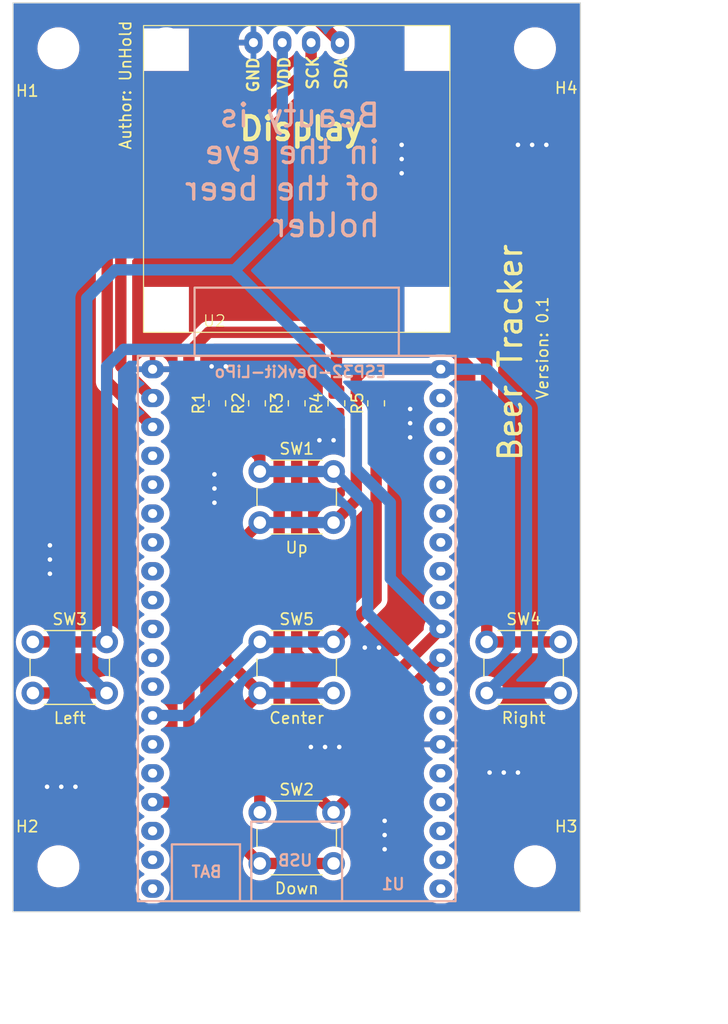
<source format=kicad_pcb>
(kicad_pcb (version 20221018) (generator pcbnew)
  (layers (0 "F.Cu" signal) (31 "B.Cu" signal) (34 "B.Paste" user) (35 "F.Paste" user) (36 "B.SilkS" user "B.Silkscreen") (37 "F.SilkS" user "F.Silkscreen") (38 "B.Mask" user) (39 "F.Mask" user) (44 "Edge.Cuts" user))
  (net 0 "")
  (net 1 "Net-(U1-GPIO14)")
  (net 2 "GND")
  (net 3 "Net-(U1-GPIO27)")
  (net 4 "Net-(U1-GPIO26)")
  (net 5 "Net-(U1-GPIO15)")
  (net 6 "Net-(U1-GPIO4)")
  (net 7 "+3V3")
  (net 21 "+5V")
  (net 36 "Net-(U1-GPIO22)")
  (net 37 "Net-(U1-GPIO23)")
  (footprint "Button_Switch_THT:SW_PUSH_6mm" (layer "F.Cu") (at 168.25 99)
    (fp_text reference "SW1" (at 3.25 -2) (layer "F.SilkS"))
    (fp_text value "Up" (at 3.25 6.7) (layer "F.SilkS"))
    (fp_line (start -0.25 1.5) (end -0.25 3) (stroke (width 0.12)) (layer "F.SilkS"))
    (fp_line (start 1 5.5) (end 5.5 5.5) (stroke (width 0.12)) (layer "F.SilkS"))
    (fp_line (start 5.5 -1) (end 1 -1) (stroke (width 0.12)) (layer "F.SilkS"))
    (fp_line (start 6.75 3) (end 6.75 1.5) (stroke (width 0.12)) (layer "F.SilkS"))
    (pad "1" thru_hole circle (at 0 0 90) (size 2 2) (drill 1.1) (layers "*.Cu" "*.Mask") (net 1 "Net-(U1-GPIO14)"))
    (pad "1" thru_hole circle (at 6.5 0 90) (size 2 2) (drill 1.1) (layers "*.Cu" "*.Mask") (net 1 "Net-(U1-GPIO14)"))
    (pad "2" thru_hole circle (at 0 4.5 90) (size 2 2) (drill 1.1) (layers "*.Cu" "*.Mask") (net 7 "+3V3"))
    (pad "2" thru_hole circle (at 6.5 4.5 90) (size 2 2) (drill 1.1) (layers "*.Cu" "*.Mask") (net 7 "+3V3"))
  )
  (footprint "Resistor_SMD:R_0805_2012Metric_Pad1.20x1.40mm_HandSolder" (layer "F.Cu") (at 168 93 90)
    (fp_text reference "R2" (at 0 -1.65 90) (layer "F.SilkS"))
    (fp_text value "4k7")
    (fp_line (start -0.227064 -0.735) (end 0.227064 -0.735) (stroke (width 0.12)) (layer "F.SilkS"))
    (fp_line (start -0.227064 0.735) (end 0.227064 0.735) (stroke (width 0.12)) (layer "F.SilkS"))
    (pad "1" smd roundrect (at -1 0 90) (size 1.2 1.4) (layers "F.Cu" "F.Paste" "F.Mask") (roundrect_rratio 0.2083333333) (net 3 "Net-(U1-GPIO27)"))
    (pad "2" smd roundrect (at 1 0 90) (size 1.2 1.4) (layers "F.Cu" "F.Paste" "F.Mask") (roundrect_rratio 0.2083333333) (net 2 "GND"))
  )
  (footprint "Button_Switch_THT:SW_PUSH_6mm" (layer "F.Cu") (at 148.25 114)
    (fp_text reference "SW3" (at 3.25 -2) (layer "F.SilkS"))
    (fp_text value "Left" (at 3.25 6.7) (layer "F.SilkS"))
    (fp_line (start -0.25 1.5) (end -0.25 3) (stroke (width 0.12)) (layer "F.SilkS"))
    (fp_line (start 1 5.5) (end 5.5 5.5) (stroke (width 0.12)) (layer "F.SilkS"))
    (fp_line (start 5.5 -1) (end 1 -1) (stroke (width 0.12)) (layer "F.SilkS"))
    (fp_line (start 6.75 3) (end 6.75 1.5) (stroke (width 0.12)) (layer "F.SilkS"))
    (pad "1" thru_hole circle (at 0 0 90) (size 2 2) (drill 1.1) (layers "*.Cu" "*.Mask") (net 4 "Net-(U1-GPIO26)"))
    (pad "1" thru_hole circle (at 6.5 0 90) (size 2 2) (drill 1.1) (layers "*.Cu" "*.Mask") (net 4 "Net-(U1-GPIO26)"))
    (pad "2" thru_hole circle (at 0 4.5 90) (size 2 2) (drill 1.1) (layers "*.Cu" "*.Mask") (net 7 "+3V3"))
    (pad "2" thru_hole circle (at 6.5 4.5 90) (size 2 2) (drill 1.1) (layers "*.Cu" "*.Mask") (net 7 "+3V3"))
  )
  (footprint "BeerTracker:OLED" (layer "F.Cu") (at 171.5 72.75)
    (fp_text reference "U2" (at -7.25 13 unlocked) (layer "F.SilkS") (effects (font (thickness 0.1))))
    (fp_text value "~")
    (fp_text user "SDA" (at 4.5 -7.25 90 unlocked) (layer "F.SilkS") (effects (font (thickness 0.2) bold) (justify left bottom)))
    (fp_text user "Display" (at -5.25 -2.75 unlocked) (layer "F.SilkS") (effects (font (size 2 2) (thickness 0.4) bold) (justify left bottom)))
    (fp_text user "VDD" (at -0.5 -7.25 90 unlocked) (layer "F.SilkS") (effects (font (thickness 0.2) bold) (justify left bottom)))
    (fp_text user "SCK" (at 2 -7.25 90 unlocked) (layer "F.SilkS") (effects (font (thickness 0.2) bold) (justify left bottom)))
    (fp_text user "GND" (at -3.25 -7 90 unlocked) (layer "F.SilkS") (effects (font (thickness 0.2) bold) (justify left bottom)))
    (fp_rect (start -13.5 -13) (end 13.5 14) (stroke (width 0.1)) (fill none) (layer "F.SilkS"))
    (pad "" np_thru_hole circle (at -11.5 -11) (size 3.2 3.2) (drill 3.2) (layers "*.Cu" "*.Mask"))
    (pad "" np_thru_hole circle (at -11.5 12) (size 3.2 3.2) (drill 3.2) (layers "*.Cu" "*.Mask"))
    (pad "" np_thru_hole circle (at 11.5 -11) (size 3.2 3.2) (drill 3.2) (layers "*.Cu" "*.Mask"))
    (pad "" np_thru_hole circle (at 11.5 12) (size 3.2 3.2) (drill 3.2) (layers "*.Cu" "*.Mask"))
    (pad "1" thru_hole oval (at -3.81 -11.5) (size 1.6 2) (drill 0.8) (layers "*.Cu" "*.Mask") (net 2 "GND"))
    (pad "2" thru_hole oval (at -1.27 -11.5) (size 1.6 2) (drill 0.8) (layers "*.Cu" "*.Mask") (net 7 "+3V3"))
    (pad "3" thru_hole oval (at 1.27 -11.5) (size 1.6 2) (drill 0.8) (layers "*.Cu" "*.Mask") (net 37 "Net-(U1-GPIO23)"))
    (pad "4" thru_hole oval (at 3.81 -11.5) (size 1.6 2) (drill 0.8) (layers "*.Cu" "*.Mask") (net 36 "Net-(U1-GPIO22)"))
    (zone (net 0) (net_name "") (layers "F&B.Cu") (name "Hole1") (connect_pads (clearance 0)) (min_thickness 0.25)
      (keepout (tracks not_allowed) (vias not_allowed) (pads allowed) (copperpour not_allowed) (footprints allowed))
      (fill (thermal_gap 0.5) (thermal_bridge_width 0.5))
      (polygon (pts (xy 158 60) (xy 158 63.75) (xy 162 63.75) (xy 162 60)))
    )
    (zone (net 0) (net_name "") (layers "F&B.Cu") (name "Hole1") (connect_pads (clearance 0)) (min_thickness 0.25)
      (keepout (tracks not_allowed) (vias not_allowed) (pads allowed) (copperpour not_allowed) (footprints allowed))
      (fill (thermal_gap 0.5) (thermal_bridge_width 0.5))
      (polygon (pts (xy 158 82.75) (xy 158 86.75) (xy 162 86.75) (xy 162 82.75)))
    )
    (zone (net 0) (net_name "") (layers "F&B.Cu") (name "Hole1") (connect_pads (clearance 0)) (min_thickness 0.25)
      (keepout (tracks not_allowed) (vias not_allowed) (pads allowed) (copperpour not_allowed) (footprints allowed))
      (fill (thermal_gap 0.5) (thermal_bridge_width 0.5))
      (polygon (pts (xy 181 59.75) (xy 181 63.75) (xy 185 63.75) (xy 185 59.75)))
    )
    (zone (net 0) (net_name "") (layers "F&B.Cu") (name "Hole1") (connect_pads (clearance 0)) (min_thickness 0.25)
      (keepout (tracks not_allowed) (vias not_allowed) (pads allowed) (copperpour not_allowed) (footprints allowed))
      (fill (thermal_gap 0.5) (thermal_bridge_width 0.5))
      (polygon (pts (xy 181 82.75) (xy 181 86.75) (xy 185 86.75) (xy 185 82.75)))
    )
  )
  (footprint "Button_Switch_THT:SW_PUSH_6mm" (layer "F.Cu") (at 188.25 114)
    (fp_text reference "SW4" (at 3.25 -2) (layer "F.SilkS"))
    (fp_text value "Right" (at 3.25 6.7) (layer "F.SilkS"))
    (fp_line (start -0.25 1.5) (end -0.25 3) (stroke (width 0.12)) (layer "F.SilkS"))
    (fp_line (start 1 5.5) (end 5.5 5.5) (stroke (width 0.12)) (layer "F.SilkS"))
    (fp_line (start 5.5 -1) (end 1 -1) (stroke (width 0.12)) (layer "F.SilkS"))
    (fp_line (start 6.75 3) (end 6.75 1.5) (stroke (width 0.12)) (layer "F.SilkS"))
    (pad "1" thru_hole circle (at 0 0 90) (size 2 2) (drill 1.1) (layers "*.Cu" "*.Mask") (net 5 "Net-(U1-GPIO15)"))
    (pad "1" thru_hole circle (at 6.5 0 90) (size 2 2) (drill 1.1) (layers "*.Cu" "*.Mask") (net 5 "Net-(U1-GPIO15)"))
    (pad "2" thru_hole circle (at 0 4.5 90) (size 2 2) (drill 1.1) (layers "*.Cu" "*.Mask") (net 7 "+3V3"))
    (pad "2" thru_hole circle (at 6.5 4.5 90) (size 2 2) (drill 1.1) (layers "*.Cu" "*.Mask") (net 7 "+3V3"))
  )
  (footprint "Resistor_SMD:R_0805_2012Metric_Pad1.20x1.40mm_HandSolder" (layer "F.Cu") (at 171.5 93 90)
    (fp_text reference "R3" (at 0 -1.75 90) (layer "F.SilkS"))
    (fp_text value "4k7")
    (fp_line (start -0.227064 -0.735) (end 0.227064 -0.735) (stroke (width 0.12)) (layer "F.SilkS"))
    (fp_line (start -0.227064 0.735) (end 0.227064 0.735) (stroke (width 0.12)) (layer "F.SilkS"))
    (pad "1" smd roundrect (at -1 0 90) (size 1.2 1.4) (layers "F.Cu" "F.Paste" "F.Mask") (roundrect_rratio 0.2083333333) (net 4 "Net-(U1-GPIO26)"))
    (pad "2" smd roundrect (at 1 0 90) (size 1.2 1.4) (layers "F.Cu" "F.Paste" "F.Mask") (roundrect_rratio 0.2083333333) (net 2 "GND"))
  )
  (footprint "Button_Switch_THT:SW_PUSH_6mm" (layer "F.Cu") (at 168.25 129)
    (fp_text reference "SW2" (at 3.25 -2) (layer "F.SilkS"))
    (fp_text value "Down" (at 3.25 6.7) (layer "F.SilkS"))
    (fp_line (start -0.25 1.5) (end -0.25 3) (stroke (width 0.12)) (layer "F.SilkS"))
    (fp_line (start 1 5.5) (end 5.5 5.5) (stroke (width 0.12)) (layer "F.SilkS"))
    (fp_line (start 5.5 -1) (end 1 -1) (stroke (width 0.12)) (layer "F.SilkS"))
    (fp_line (start 6.75 3) (end 6.75 1.5) (stroke (width 0.12)) (layer "F.SilkS"))
    (pad "1" thru_hole circle (at 0 0 90) (size 2 2) (drill 1.1) (layers "*.Cu" "*.Mask") (net 3 "Net-(U1-GPIO27)"))
    (pad "1" thru_hole circle (at 6.5 0 90) (size 2 2) (drill 1.1) (layers "*.Cu" "*.Mask") (net 3 "Net-(U1-GPIO27)"))
    (pad "2" thru_hole circle (at 0 4.5 90) (size 2 2) (drill 1.1) (layers "*.Cu" "*.Mask") (net 7 "+3V3"))
    (pad "2" thru_hole circle (at 6.5 4.5 90) (size 2 2) (drill 1.1) (layers "*.Cu" "*.Mask") (net 7 "+3V3"))
  )
  (footprint "MountingHole:MountingHole_3.2mm_M3" (layer "F.Cu") (at 150.5 61.75)
    (fp_text reference "H1" (at -2.75 3.75) (layer "F.SilkS"))
    (fp_text value "MountingHole")
    (pad "" np_thru_hole circle (at 0 0) (size 3.2 3.2) (drill 3.2) (layers "*.Cu" "*.Mask"))
  )
  (footprint "Resistor_SMD:R_0805_2012Metric_Pad1.20x1.40mm_HandSolder" (layer "F.Cu") (at 178.5 93 90)
    (fp_text reference "R5" (at 0 -1.65 90) (layer "F.SilkS"))
    (fp_text value "4k7")
    (fp_line (start -0.227064 -0.735) (end 0.227064 -0.735) (stroke (width 0.12)) (layer "F.SilkS"))
    (fp_line (start -0.227064 0.735) (end 0.227064 0.735) (stroke (width 0.12)) (layer "F.SilkS"))
    (pad "1" smd roundrect (at -1 0 90) (size 1.2 1.4) (layers "F.Cu" "F.Paste" "F.Mask") (roundrect_rratio 0.2083333333) (net 6 "Net-(U1-GPIO4)"))
    (pad "2" smd roundrect (at 1 0 90) (size 1.2 1.4) (layers "F.Cu" "F.Paste" "F.Mask") (roundrect_rratio 0.2083333333) (net 2 "GND"))
  )
  (footprint "MountingHole:MountingHole_3.2mm_M3" (layer "F.Cu") (at 192.5 133.75)
    (fp_text reference "H3" (at 2.75 -3.5) (layer "F.SilkS"))
    (fp_text value "MountingHole")
    (pad "" np_thru_hole circle (at 0 0) (size 3.2 3.2) (drill 3.2) (layers "*.Cu" "*.Mask"))
  )
  (footprint "Resistor_SMD:R_0805_2012Metric_Pad1.20x1.40mm_HandSolder" (layer "F.Cu") (at 175 93 -90)
    (fp_text reference "R4" (at 0 1.75 90) (layer "F.SilkS"))
    (fp_text value "4k7")
    (fp_line (start -0.227064 -0.735) (end 0.227064 -0.735) (stroke (width 0.12)) (layer "F.SilkS"))
    (fp_line (start -0.227064 0.735) (end 0.227064 0.735) (stroke (width 0.12)) (layer "F.SilkS"))
    (pad "1" smd roundrect (at -1 0 270) (size 1.2 1.4) (layers "F.Cu" "F.Paste" "F.Mask") (roundrect_rratio 0.2083333333) (net 5 "Net-(U1-GPIO15)"))
    (pad "2" smd roundrect (at 1 0 270) (size 1.2 1.4) (layers "F.Cu" "F.Paste" "F.Mask") (roundrect_rratio 0.2083333333) (net 2 "GND"))
  )
  (footprint "Resistor_SMD:R_0805_2012Metric_Pad1.20x1.40mm_HandSolder" (layer "F.Cu") (at 164.5 93 90)
    (fp_text reference "R1" (at 0 -1.65 90) (layer "F.SilkS"))
    (fp_text value "4k7")
    (fp_line (start -0.227064 -0.735) (end 0.227064 -0.735) (stroke (width 0.12)) (layer "F.SilkS"))
    (fp_line (start -0.227064 0.735) (end 0.227064 0.735) (stroke (width 0.12)) (layer "F.SilkS"))
    (pad "1" smd roundrect (at -1 0 90) (size 1.2 1.4) (layers "F.Cu" "F.Paste" "F.Mask") (roundrect_rratio 0.2083333333) (net 1 "Net-(U1-GPIO14)"))
    (pad "2" smd roundrect (at 1 0 90) (size 1.2 1.4) (layers "F.Cu" "F.Paste" "F.Mask") (roundrect_rratio 0.2083333333) (net 2 "GND"))
  )
  (footprint "MountingHole:MountingHole_3.2mm_M3" (layer "F.Cu") (at 150.5 133.75)
    (fp_text reference "H2" (at -2.75 -3.5) (layer "F.SilkS"))
    (fp_text value "MountingHole")
    (pad "" np_thru_hole circle (at 0 0) (size 3.2 3.2) (drill 3.2) (layers "*.Cu" "*.Mask"))
  )
  (footprint "MountingHole:MountingHole_3.2mm_M3" (layer "F.Cu") (at 192.5 61.75)
    (fp_text reference "H4" (at 2.75 3.5) (layer "F.SilkS"))
    (fp_text value "MountingHole")
    (pad "" np_thru_hole circle (at 0 0) (size 3.2 3.2) (drill 3.2) (layers "*.Cu" "*.Mask"))
  )
  (footprint "Button_Switch_THT:SW_PUSH_6mm" (layer "F.Cu") (at 168.25 114)
    (fp_text reference "SW5" (at 3.25 -2) (layer "F.SilkS"))
    (fp_text value "Center" (at 3.25 6.7) (layer "F.SilkS"))
    (fp_line (start -0.25 1.5) (end -0.25 3) (stroke (width 0.12)) (layer "F.SilkS"))
    (fp_line (start 1 5.5) (end 5.5 5.5) (stroke (width 0.12)) (layer "F.SilkS"))
    (fp_line (start 5.5 -1) (end 1 -1) (stroke (width 0.12)) (layer "F.SilkS"))
    (fp_line (start 6.75 3) (end 6.75 1.5) (stroke (width 0.12)) (layer "F.SilkS"))
    (pad "1" thru_hole circle (at 0 0 90) (size 2 2) (drill 1.1) (layers "*.Cu" "*.Mask") (net 6 "Net-(U1-GPIO4)"))
    (pad "1" thru_hole circle (at 6.5 0 90) (size 2 2) (drill 1.1) (layers "*.Cu" "*.Mask") (net 6 "Net-(U1-GPIO4)"))
    (pad "2" thru_hole circle (at 0 4.5 90) (size 2 2) (drill 1.1) (layers "*.Cu" "*.Mask") (net 7 "+3V3"))
    (pad "2" thru_hole circle (at 6.5 4.5 90) (size 2 2) (drill 1.1) (layers "*.Cu" "*.Mask") (net 7 "+3V3"))
  )
  (footprint "BeerTracker:ESP32-DevKit-LiPo" (layer "B.Cu") (at 171.5 110.32 180)
    (fp_text reference "U1" (at -8.5 -25 unlocked) (layer "B.SilkS") (effects (font (thickness 0.2) bold) (justify mirror)))
    (fp_text value "~")
    (fp_text user "BAT" (at 6.5 -24.5 unlocked) (layer "B.SilkS") (effects (font (thickness 0.2) bold) (justify left bottom mirror)))
    (fp_text user "ESP32-DevKit-LiPo" (at -8 19.5 unlocked) (layer "B.SilkS") (effects (font (thickness 0.2) bold) (justify left bottom mirror)))
    (fp_text user "USB" (at -1.5 -23.5 unlocked) (layer "B.SilkS") (effects (font (thickness 0.2) bold) (justify left bottom mirror)))
    (fp_rect (start -14 21.5) (end 14 -26.5) (stroke (width 0.2)) (fill none) (layer "B.SilkS"))
    (fp_rect (start -9 27.5) (end 9 21.5) (stroke (width 0.2)) (fill none) (layer "B.SilkS"))
    (fp_rect (start -4 -19.5) (end 4 -26.5) (stroke (width 0.2)) (fill none) (layer "B.SilkS"))
    (fp_rect (start 5 -21.5) (end 11 -26.5) (stroke (width 0.2)) (fill none) (layer "B.SilkS"))
    (pad "1" thru_hole oval (at -12.7 20.32 180) (size 2 1.6) (drill 0.8) (layers "*.Cu" "*.Mask") (net 7 "+3V3"))
    (pad "2" thru_hole oval (at -12.7 17.78 180) (size 2 1.6) (drill 0.8) (layers "*.Cu" "*.Mask"))
    (pad "3" thru_hole oval (at -12.7 15.24 180) (size 2 1.6) (drill 0.8) (layers "*.Cu" "*.Mask"))
    (pad "4" thru_hole oval (at -12.7 12.7 180) (size 2 1.6) (drill 0.8) (layers "*.Cu" "*.Mask"))
    (pad "5" thru_hole oval (at -12.7 10.16 180) (size 2 1.6) (drill 0.8) (layers "*.Cu" "*.Mask"))
    (pad "6" thru_hole oval (at -12.7 7.62 180) (size 2 1.6) (drill 0.8) (layers "*.Cu" "*.Mask"))
    (pad "7" thru_hole oval (at -12.7 5.08 180) (size 2 1.6) (drill 0.8) (layers "*.Cu" "*.Mask"))
    (pad "8" thru_hole oval (at -12.7 2.54 180) (size 2 1.6) (drill 0.8) (layers "*.Cu" "*.Mask"))
    (pad "9" thru_hole oval (at -12.7 0 180) (size 2 1.6) (drill 0.8) (layers "*.Cu" "*.Mask"))
    (pad "10" thru_hole oval (at -12.7 -2.54 180) (size 2 1.6) (drill 0.8) (layers "*.Cu" "*.Mask") (net 4 "Net-(U1-GPIO26)"))
    (pad "11" thru_hole oval (at -12.7 -5.08 180) (size 2 1.6) (drill 0.8) (layers "*.Cu" "*.Mask") (net 3 "Net-(U1-GPIO27)"))
    (pad "12" thru_hole oval (at -12.7 -7.62 180) (size 2 1.6) (drill 0.8) (layers "*.Cu" "*.Mask") (net 1 "Net-(U1-GPIO14)"))
    (pad "13" thru_hole oval (at -12.7 -10.16 180) (size 2 1.6) (drill 0.8) (layers "*.Cu" "*.Mask"))
    (pad "14" thru_hole oval (at -12.7 -12.7 180) (size 2 1.6) (drill 0.8) (layers "*.Cu" "*.Mask") (net 2 "GND"))
    (pad "15" thru_hole oval (at -12.7 -15.24 180) (size 2 1.6) (drill 0.8) (layers "*.Cu" "*.Mask"))
    (pad "16" thru_hole oval (at -12.7 -17.78 180) (size 2 1.6) (drill 0.8) (layers "*.Cu" "*.Mask"))
    (pad "17" thru_hole oval (at -12.7 -20.32 180) (size 2 1.6) (drill 0.8) (layers "*.Cu" "*.Mask"))
    (pad "18" thru_hole oval (at -12.7 -22.86 180) (size 2 1.6) (drill 0.8) (layers "*.Cu" "*.Mask"))
    (pad "19" thru_hole oval (at -12.7 -25.4 180) (size 2 1.6) (drill 0.8) (layers "*.Cu" "*.Mask") (net 21 "+5V"))
    (pad "20" thru_hole oval (at 12.7 -25.4 180) (size 2 1.6) (drill 0.8) (layers "*.Cu" "*.Mask"))
    (pad "21" thru_hole oval (at 12.7 -22.86 180) (size 2 1.6) (drill 0.8) (layers "*.Cu" "*.Mask"))
    (pad "22" thru_hole oval (at 12.7 -20.32 180) (size 2 1.6) (drill 0.8) (layers "*.Cu" "*.Mask"))
    (pad "23" thru_hole oval (at 12.7 -17.78 180) (size 2 1.6) (drill 0.8) (layers "*.Cu" "*.Mask") (net 5 "Net-(U1-GPIO15)"))
    (pad "24" thru_hole oval (at 12.7 -15.24 180) (size 2 1.6) (drill 0.8) (layers "*.Cu" "*.Mask"))
    (pad "25" thru_hole oval (at 12.7 -12.7 180) (size 2 1.6) (drill 0.8) (layers "*.Cu" "*.Mask"))
    (pad "26" thru_hole oval (at 12.7 -10.16 180) (size 2 1.6) (drill 0.8) (layers "*.Cu" "*.Mask") (net 6 "Net-(U1-GPIO4)"))
    (pad "27" thru_hole oval (at 12.7 -7.62 180) (size 2 1.6) (drill 0.8) (layers "*.Cu" "*.Mask"))
    (pad "28" thru_hole oval (at 12.7 -5.08 180) (size 2 1.6) (drill 0.8) (layers "*.Cu" "*.Mask"))
    (pad "29" thru_hole oval (at 12.7 -2.54 180) (size 2 1.6) (drill 0.8) (layers "*.Cu" "*.Mask"))
    (pad "30" thru_hole oval (at 12.7 0 180) (size 2 1.6) (drill 0.8) (layers "*.Cu" "*.Mask"))
    (pad "31" thru_hole oval (at 12.7 2.54 180) (size 2 1.6) (drill 0.8) (layers "*.Cu" "*.Mask"))
    (pad "32" thru_hole oval (at 12.7 5.08 180) (size 2 1.6) (drill 0.8) (layers "*.Cu" "*.Mask"))
    (pad "33" thru_hole oval (at 12.7 7.62 180) (size 2 1.6) (drill 0.8) (layers "*.Cu" "*.Mask"))
    (pad "34" thru_hole oval (at 12.7 10.16 180) (size 2 1.6) (drill 0.8) (layers "*.Cu" "*.Mask"))
    (pad "35" thru_hole oval (at 12.7 12.7 180) (size 2 1.6) (drill 0.8) (layers "*.Cu" "*.Mask"))
    (pad "36" thru_hole oval (at 12.7 15.24 180) (size 2 1.6) (drill 0.8) (layers "*.Cu" "*.Mask") (net 36 "Net-(U1-GPIO22)"))
    (pad "37" thru_hole oval (at 12.7 17.78 180) (size 2 1.6) (drill 0.8) (layers "*.Cu" "*.Mask") (net 37 "Net-(U1-GPIO23)"))
    (pad "38" thru_hole oval (at 12.7 20.32 180) (size 2 1.6) (drill 0.8) (layers "*.Cu" "*.Mask") (net 2 "GND"))
  )
  (gr_rect (start 146.5 57.75) (end 196.5 137.75) (stroke (width 0.1)) (fill none) (layer "Edge.Cuts"))
  (gr_text "Beauty is\nin the eye\nof the beer\nholder" (at 179 78.5) (layer "B.SilkS") (effects (font (size 2 2) (thickness 0.3)) (justify left bottom mirror)))
  (gr_text "Author: UnHold" (at 157 70.75 90) (layer "F.SilkS") (effects (font (size 1 1)) (justify left bottom)))
  (gr_text "Beer Tracker" (at 191.5 98.25 90) (layer "F.SilkS") (effects (font (size 2 2) (thickness 0.3)) (justify left bottom)))
  (gr_text "Version: 0.1" (at 193.75 92.75 90) (layer "F.SilkS") (effects (font (size 1 1)) (justify left bottom)))
  (segment (start 168.25 97.75) (end 164.5 94) (width 1) (layer "F.Cu") (net 1))
  (segment (start 168.25 99) (end 168.25 97.75) (width 1) (layer "F.Cu") (net 1))
  (segment (start 184.19 117.94) (end 184.2 117.94) (width 1) (layer "B.Cu") (net 1))
  (segment (start 177.75 102) (end 177.75 111.5) (width 1) (layer "B.Cu") (net 1))
  (segment (start 174.75 99) (end 177.75 102) (width 1) (layer "B.Cu") (net 1))
  (segment (start 168.25 99) (end 174.75 99) (width 1) (layer "B.Cu") (net 1))
  (segment (start 177.75 111.5) (end 184.19 117.94) (width 1) (layer "B.Cu") (net 1))
  (via (at 189.75 125.5) (size 0.8) (drill 0.4) (layers "F.Cu" "B.Cu") (net 2))
  (via (at 149.75 105.5) (size 0.8) (drill 0.4) (layers "F.Cu" "B.Cu") (net 2))
  (via (at 191 70.25) (size 0.8) (drill 0.4) (layers "F.Cu" "B.Cu") (net 2))
  (via (at 178.75 114.5) (size 0.8) (drill 0.4) (layers "F.Cu" "B.Cu") (net 2))
  (via (at 179.25 129.75) (size 0.8) (drill 0.4) (layers "F.Cu" "B.Cu") (net 2))
  (via (at 181.5 96) (size 0.8) (drill 0.4) (layers "F.Cu" "B.Cu") (net 2))
  (via (at 149.75 108) (size 0.8) (drill 0.4) (layers "F.Cu" "B.Cu") (net 2))
  (via (at 164.25 100.5) (size 0.8) (drill 0.4) (layers "F.Cu" "B.Cu") (net 2))
  (via (at 164.25 99.25) (size 0.8) (drill 0.4) (layers "F.Cu" "B.Cu") (net 2))
  (via (at 181.5 94.75) (size 0.8) (drill 0.4) (layers "F.Cu" "B.Cu") (net 2))
  (via (at 164 89.75) (size 0.8) (drill 0.4) (layers "F.Cu" "B.Cu") (net 2))
  (via (at 179.25 131) (size 0.8) (drill 0.4) (layers "F.Cu" "B.Cu") (net 2))
  (via (at 180.75 72.75) (size 0.8) (drill 0.4) (layers "F.Cu" "B.Cu") (net 2))
  (via (at 180.75 71.5) (size 0.8) (drill 0.4) (layers "F.Cu" "B.Cu") (net 2))
  (via (at 149.5 126.75) (size 0.8) (drill 0.4) (layers "F.Cu" "B.Cu") (net 2))
  (via (at 149.75 106.75) (size 0.8) (drill 0.4) (layers "F.Cu" "B.Cu") (net 2))
  (via (at 165.25 89.75) (size 0.8) (drill 0.4) (layers "F.Cu" "B.Cu") (net 2))
  (via (at 164.25 101.75) (size 0.8) (drill 0.4) (layers "F.Cu" "B.Cu") (net 2))
  (via (at 172.75 123.25) (size 0.8) (drill 0.4) (layers "F.Cu" "B.Cu") (net 2))
  (via (at 179.25 132.25) (size 0.8) (drill 0.4) (layers "F.Cu" "B.Cu") (net 2))
  (via (at 174.75 96.25) (size 0.8) (drill 0.4) (layers "F.Cu" "B.Cu") (net 2))
  (via (at 173.5 96.25) (size 0.8) (drill 0.4) (layers "F.Cu" "B.Cu") (net 2))
  (via (at 177.5 114.5) (size 0.8) (drill 0.4) (layers "F.Cu" "B.Cu") (net 2))
  (via (at 191 125.5) (size 0.8) (drill 0.4) (layers "F.Cu" "B.Cu") (net 2))
  (via (at 175.25 123.25) (size 0.8) (drill 0.4) (layers "F.Cu" "B.Cu") (net 2))
  (via (at 174 123.25) (size 0.8) (drill 0.4) (layers "F.Cu" "B.Cu") (net 2))
  (via (at 193.5 70.25) (size 0.8) (drill 0.4) (layers "F.Cu" "B.Cu") (net 2))
  (via (at 188.5 125.5) (size 0.8) (drill 0.4) (layers "F.Cu" "B.Cu") (net 2))
  (via (at 180.75 70.25) (size 0.8) (drill 0.4) (layers "F.Cu" "B.Cu") (net 2))
  (via (at 152 126.75) (size 0.8) (drill 0.4) (layers "F.Cu" "B.Cu") (net 2))
  (via (at 192.25 70.25) (size 0.8) (drill 0.4) (layers "F.Cu" "B.Cu") (net 2))
  (via (at 150.75 126.75) (size 0.8) (drill 0.4) (layers "F.Cu" "B.Cu") (net 2))
  (via (at 181.5 93.5) (size 0.8) (drill 0.4) (layers "F.Cu" "B.Cu") (net 2))
  (segment (start 178.5 125.25) (end 174.75 129) (width 1) (layer "F.Cu") (net 3))
  (segment (start 178.5 121.1) (end 184.2 115.4) (width 1) (layer "F.Cu") (net 3))
  (segment (start 169.95 124.2) (end 174.75 129) (width 1) (layer "F.Cu") (net 3))
  (segment (start 168.25 125.9) (end 168.25 129) (width 1) (layer "F.Cu") (net 3))
  (segment (start 168 94) (end 169.95 95.95) (width 1) (layer "F.Cu") (net 3))
  (segment (start 169.95 124.2) (end 168.25 125.9) (width 1) (layer "F.Cu") (net 3))
  (segment (start 178.5 125.25) (end 178.5 121.1) (width 1) (layer "F.Cu") (net 3))
  (segment (start 169.95 95.95) (end 169.95 124.2) (width 1) (layer "F.Cu") (net 3))
  (segment (start 148.25 114) (end 154.75 114) (width 1) (layer "F.Cu") (net 4))
  (segment (start 180.81 116.25) (end 184.2 112.86) (width 1) (layer "F.Cu") (net 4))
  (segment (start 171.5 115) (end 172.75 116.25) (width 1) (layer "F.Cu") (net 4))
  (segment (start 171.5 94) (end 171.5 115) (width 1) (layer "F.Cu") (net 4))
  (segment (start 172.75 116.25) (end 180.81 116.25) (width 1) (layer "F.Cu") (net 4))
  (segment (start 154.75 89.75) (end 156.25 88.25) (width 1) (layer "B.Cu") (net 4))
  (segment (start 176.75 98.75) (end 179.75 101.75) (width 1) (layer "B.Cu") (net 4))
  (segment (start 179.75 101.75) (end 179.75 108.41) (width 1) (layer "B.Cu") (net 4))
  (segment (start 156.25 88.25) (end 171.25 88.25) (width 1) (layer "B.Cu") (net 4))
  (segment (start 179.75 108.41) (end 184.2 112.86) (width 1) (layer "B.Cu") (net 4))
  (segment (start 154.75 114) (end 154.75 89.75) (width 1) (layer "B.Cu") (net 4))
  (segment (start 171.25 88.25) (end 176.75 93.75) (width 1) (layer "B.Cu") (net 4))
  (segment (start 176.75 93.75) (end 176.75 98.75) (width 1) (layer "B.Cu") (net 4))
  (segment (start 186.75 87.75) (end 175.25 87.75) (width 1) (layer "F.Cu") (net 5))
  (segment (start 175 87.5) (end 174.25 86.75) (width 1) (layer "F.Cu") (net 5))
  (segment (start 163.75 86.75) (end 162 88.5) (width 1) (layer "F.Cu") (net 5))
  (segment (start 188.25 114) (end 194.75 114) (width 1) (layer "F.Cu") (net 5))
  (segment (start 162 127.25) (end 161.15 128.1) (width 1) (layer "F.Cu") (net 5))
  (segment (start 161.15 128.1) (end 158.8 128.1) (width 1) (layer "F.Cu") (net 5))
  (segment (start 174.25 86.75) (end 163.75 86.75) (width 1) (layer "F.Cu") (net 5))
  (segment (start 175 92) (end 175 87.5) (width 1) (layer "F.Cu") (net 5))
  (segment (start 188.25 89.25) (end 186.75 87.75) (width 1) (layer "F.Cu") (net 5))
  (segment (start 175.25 87.75) (end 175 87.5) (width 1) (layer "F.Cu") (net 5))
  (segment (start 162 88.5) (end 162 127.25) (width 1) (layer "F.Cu") (net 5))
  (segment (start 188.25 114) (end 188.25 89.25) (width 1) (layer "F.Cu") (net 5))
  (segment (start 178.5 110.25) (end 174.75 114) (width 1) (layer "F.Cu") (net 6))
  (segment (start 178.5 94) (end 178.5 110.25) (width 1) (layer "F.Cu") (net 6))
  (segment (start 174.75 114) (end 168.25 114) (width 1) (layer "B.Cu") (net 6))
  (segment (start 161.77 120.48) (end 168.25 114) (width 1) (layer "B.Cu") (net 6))
  (segment (start 158.8 120.48) (end 161.77 120.48) (width 1) (layer "B.Cu") (net 6))
  (segment (start 165 130.25) (end 168.25 133.5) (width 1) (layer "F.Cu") (net 7))
  (segment (start 176.75 90.75) (end 177.5 90) (width 1) (layer "F.Cu") (net 7))
  (segment (start 168.25 133.5) (end 174.75 133.5) (width 1) (layer "F.Cu") (net 7))
  (segment (start 174.75 103.5) (end 176.75 101.5) (width 1) (layer "F.Cu") (net 7))
  (segment (start 165.25 106.5) (end 168.25 103.5) (width 1) (layer "F.Cu") (net 7))
  (segment (start 168.25 118.5) (end 165 121.75) (width 1) (layer "F.Cu") (net 7))
  (segment (start 165 121.75) (end 165 130.25) (width 1) (layer "F.Cu") (net 7))
  (segment (start 154.75 118.5) (end 148.25 118.5) (width 1) (layer "F.Cu") (net 7))
  (segment (start 168.25 118.5) (end 165.25 115.5) (width 1) (layer "F.Cu") (net 7))
  (segment (start 176.75 101.5) (end 176.75 90.75) (width 1) (layer "F.Cu") (net 7))
  (segment (start 165.25 115.5) (end 165.25 106.5) (width 1) (layer "F.Cu") (net 7))
  (segment (start 177.5 90) (end 184.2 90) (width 1) (layer "F.Cu") (net 7))
  (segment (start 166 81.302944) (end 166 81.25) (width 1) (layer "B.Cu") (net 7))
  (segment (start 174.697056 90) (end 166 81.302944) (width 1) (layer "B.Cu") (net 7))
  (segment (start 166 81.302944) (end 170.23 77.072944) (width 1) (layer "B.Cu") (net 7))
  (segment (start 191.75 115) (end 188.25 118.5) (width 1) (layer "B.Cu") (net 7))
  (segment (start 153 116.75) (end 154.75 118.5) (width 1) (layer "B.Cu") (net 7))
  (segment (start 168.25 103.5) (end 174.75 103.5) (width 1) (layer "B.Cu") (net 7))
  (segment (start 170.23 77.072944) (end 170.23 61.25) (width 1) (layer "B.Cu") (net 7))
  (segment (start 184.2 90) (end 174.697056 90) (width 1) (layer "B.Cu") (net 7))
  (segment (start 188.25 90) (end 191.75 93.5) (width 1) (layer "B.Cu") (net 7))
  (segment (start 153 83.75) (end 153 116.75) (width 1) (layer "B.Cu") (net 7))
  (segment (start 166 81.25) (end 155.5 81.25) (width 1) (layer "B.Cu") (net 7))
  (segment (start 174.75 118.5) (end 168.25 118.5) (width 1) (layer "B.Cu") (net 7))
  (segment (start 184.2 90) (end 188.25 90) (width 1) (layer "B.Cu") (net 7))
  (segment (start 188.25 118.5) (end 194.75 118.5) (width 1) (layer "B.Cu") (net 7))
  (segment (start 191.75 93.5) (end 191.75 115) (width 1) (layer "B.Cu") (net 7))
  (segment (start 155.5 81.25) (end 153 83.75) (width 1) (layer "B.Cu") (net 7))
  (segment (start 154.8 91.08) (end 154.8 62.492892) (width 1) (layer "F.Cu") (net 36))
  (segment (start 154.8 62.492892) (end 158.542892 58.75) (width 1) (layer "F.Cu") (net 36))
  (segment (start 158.542892 58.75) (end 172.81 58.75) (width 1) (layer "F.Cu") (net 36))
  (segment (start 172.81 58.75) (end 175.31 61.25) (width 1) (layer "F.Cu") (net 36))
  (segment (start 158.8 95.08) (end 154.8 91.08) (width 1) (layer "F.Cu") (net 36))
  (segment (start 156 89.74) (end 156 80) (width 1) (layer "F.Cu") (net 37))
  (segment (start 172.77 63.23) (end 172.77 61.25) (width 1) (layer "F.Cu") (net 37))
  (segment (start 158.8 92.54) (end 156 89.74) (width 1) (layer "F.Cu") (net 37))
  (segment (start 156 80) (end 172.77 63.23) (width 1) (layer "F.Cu") (net 37))
  (zone (net 2) (net_name "GND") (layers "F&B.Cu") (connect_pads (clearance 0.5)) (min_thickness 0.25) (fill yes (thermal_gap 0.5) (thermal_bridge_width 0.5))
    (polygon (pts (xy 146.25 57.5) (xy 196.75 57.5) (xy 196.75 138) (xy 146.25 138)))
  )
)
</source>
